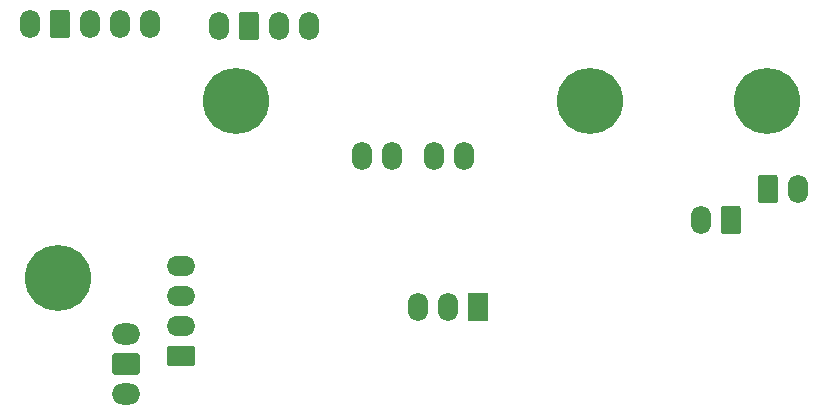
<source format=gbr>
%TF.GenerationSoftware,KiCad,Pcbnew,9.0.6*%
%TF.CreationDate,2026-01-16T11:33:12+01:00*%
%TF.ProjectId,PhatBoy_kicad_mark2025,50686174-426f-4795-9f6b-696361645f6d,rev?*%
%TF.SameCoordinates,Original*%
%TF.FileFunction,Soldermask,Bot*%
%TF.FilePolarity,Negative*%
%FSLAX46Y46*%
G04 Gerber Fmt 4.6, Leading zero omitted, Abs format (unit mm)*
G04 Created by KiCad (PCBNEW 9.0.6) date 2026-01-16 11:33:12*
%MOMM*%
%LPD*%
G01*
G04 APERTURE LIST*
G04 Aperture macros list*
%AMRoundRect*
0 Rectangle with rounded corners*
0 $1 Rounding radius*
0 $2 $3 $4 $5 $6 $7 $8 $9 X,Y pos of 4 corners*
0 Add a 4 corners polygon primitive as box body*
4,1,4,$2,$3,$4,$5,$6,$7,$8,$9,$2,$3,0*
0 Add four circle primitives for the rounded corners*
1,1,$1+$1,$2,$3*
1,1,$1+$1,$4,$5*
1,1,$1+$1,$6,$7*
1,1,$1+$1,$8,$9*
0 Add four rect primitives between the rounded corners*
20,1,$1+$1,$2,$3,$4,$5,0*
20,1,$1+$1,$4,$5,$6,$7,0*
20,1,$1+$1,$6,$7,$8,$9,0*
20,1,$1+$1,$8,$9,$2,$3,0*%
G04 Aperture macros list end*
%ADD10C,5.600000*%
%ADD11O,1.700000X2.400000*%
%ADD12RoundRect,0.250000X-0.600000X0.950000X-0.600000X-0.950000X0.600000X-0.950000X0.600000X0.950000X0*%
%ADD13O,2.400000X1.800000*%
%ADD14RoundRect,0.250000X0.950000X-0.650000X0.950000X0.650000X-0.950000X0.650000X-0.950000X-0.650000X0*%
%ADD15O,2.400000X1.700000*%
%ADD16RoundRect,0.250000X-0.950000X-0.600000X0.950000X-0.600000X0.950000X0.600000X-0.950000X0.600000X0*%
%ADD17RoundRect,0.250000X0.600000X-0.950000X0.600000X0.950000X-0.600000X0.950000X-0.600000X-0.950000X0*%
%ADD18R,1.700000X2.400000*%
G04 APERTURE END LIST*
D10*
%TO.C,H1*%
X85000000Y-80000000D03*
%TD*%
%TO.C,H4*%
X40000000Y-95000000D03*
%TD*%
D11*
%TO.C,J11*%
X102650000Y-87525000D03*
D12*
X100110000Y-87525000D03*
%TD*%
D10*
%TO.C,H3*%
X100000000Y-80000000D03*
%TD*%
D13*
%TO.C,U5*%
X45699489Y-104807024D03*
D14*
X45699489Y-102267024D03*
D13*
X45699489Y-99727024D03*
%TD*%
D15*
%TO.C,J7*%
X50393285Y-94002276D03*
X50393285Y-96542276D03*
X50393285Y-99082276D03*
D16*
X50393285Y-101622276D03*
%TD*%
D10*
%TO.C,H2*%
X55000000Y-80000000D03*
%TD*%
D11*
%TO.C,J6*%
X61250000Y-73725000D03*
X58710000Y-73725000D03*
D17*
X56170000Y-73725000D03*
D11*
X53630000Y-73725000D03*
%TD*%
%TO.C,J12*%
X94375000Y-90075000D03*
D12*
X96915000Y-90075000D03*
%TD*%
D11*
%TO.C,J1*%
X47737206Y-73544687D03*
X45197206Y-73544687D03*
X42657206Y-73544687D03*
D17*
X40117206Y-73544687D03*
D11*
X37577206Y-73544687D03*
%TD*%
%TO.C,J3*%
X74350000Y-84690000D03*
X71810000Y-84690000D03*
%TD*%
%TO.C,J4*%
X68240000Y-84690000D03*
X65700000Y-84690000D03*
%TD*%
%TO.C,J8*%
X70430000Y-97485000D03*
X72970000Y-97485000D03*
D18*
X75510000Y-97485000D03*
%TD*%
M02*

</source>
